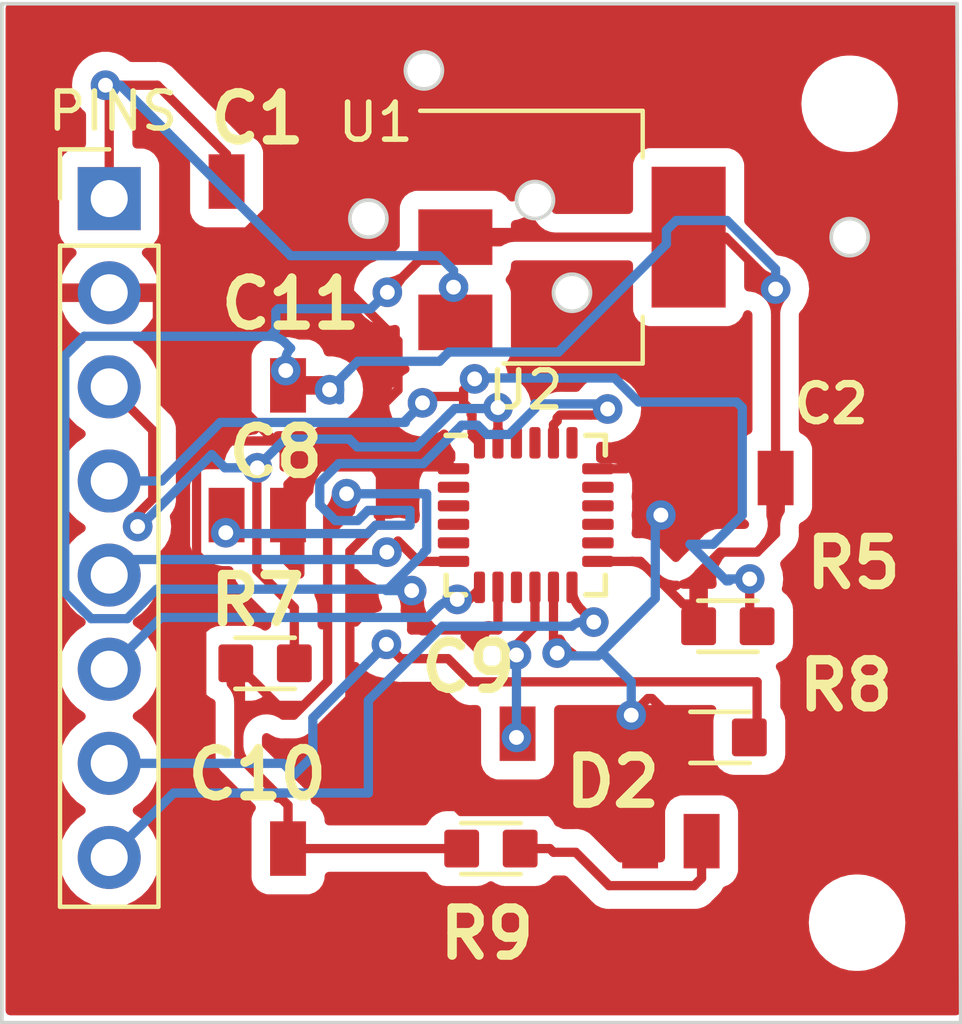
<source format=kicad_pcb>
(kicad_pcb (version 20221018) (generator pcbnew)
  (title_block (title "MPU_6050") (date "2023-04-12") (rev "version_01") (comment 1 "UT3"))
  (layers (0 "F.Cu" signal) (31 "B.Cu" signal) (34 "B.Paste" user) (35 "F.Paste" user) (36 "B.SilkS" user "B.Silkscreen") (37 "F.SilkS" user "F.Silkscreen") (38 "B.Mask" user) (39 "F.Mask" user) (44 "Edge.Cuts" user))
  (net 0 "")
  (net 5 "+3.3V")
  (net 6 "Net-(D2-A)")
  (net 7 "Net-(U2-REGOUT)")
  (net 12 "GND")
  (net 14 "Net-(U2-CPOUT)")
  (net 17 "VCC")
  (net 18 "/SCL")
  (net 19 "/SDA")
  (net 20 "/XDA")
  (net 21 "/XCL")
  (net 22 "Net-(PIN1-Pin_7)")
  (net 23 "/INT")
  (net 24 "/AD0")
  (footprint "Package_TO_SOT_SMD:SOT-223-3_TabPin2" (layer "F.Cu") (at 86.5 53.5)
    (fp_text reference "U1" (at -5.3 -3.1) (layer "F.SilkS"))
    (fp_text value "AMS1117-3.3")
    (fp_line (start -4.1 -3.41) (end 1.91 -3.41) (stroke (width 0.12)) (layer "F.SilkS"))
    (fp_line (start -1.85 3.41) (end 1.91 3.41) (stroke (width 0.12)) (layer "F.SilkS"))
    (fp_line (start 1.91 -3.41) (end 1.91 -2.15) (stroke (width 0.12)) (layer "F.SilkS"))
    (fp_line (start 1.91 3.41) (end 1.91 2.15) (stroke (width 0.12)) (layer "F.SilkS"))
    (pad "1" smd rect (at -3.15 -2.3) (size 2 1.5) (layers "F.Cu" "F.Paste" "F.Mask") (net 12 "GND"))
    (pad "2" smd rect (at -3.15 0) (size 2 1.5) (layers "F.Cu" "F.Paste" "F.Mask") (net 5 "+3.3V"))
    (pad "2" smd rect (at 3.15 0) (size 2 3.8) (layers "F.Cu" "F.Paste" "F.Mask") (net 5 "+3.3V"))
    (pad "3" smd rect (at -3.15 2.3) (size 2 1.5) (layers "F.Cu" "F.Paste" "F.Mask") (net 17 "VCC"))
  )
  (footprint "8-1879533-1:RESC1608X50N" (layer "F.Cu") (at 90.5 67)
    (fp_text reference "R8" (at 3.4 -1.4) (layer "F.SilkS") (effects (font (size 1.27 1.27) (thickness 0.254) bold)))
    (fp_text value "4.7k")
    (fp_line (start -0.8 -0.69) (end 0.8 -0.69) (stroke (width 0.127)) (layer "F.SilkS"))
    (fp_line (start -0.8 0.69) (end 0.8 0.69) (stroke (width 0.127)) (layer "F.SilkS"))
    (pad "1" smd roundrect (at -0.79 0) (size 0.94 1.02) (layers "F.Cu" "F.Paste" "F.Mask") (roundrect_rratio 0.1) (net 12 "GND"))
    (pad "2" smd roundrect (at 0.79 0) (size 0.94 1.02) (layers "F.Cu" "F.Paste" "F.Mask") (roundrect_rratio 0.1) (net 22 "Net-(PIN1-Pin_7)"))
  )
  (footprint "CL21A106KAYNNNE:CAPC2012X145N" (layer "F.Cu") (at 78 52 180)
    (fp_text reference "C1" (at 0 1.7) (layer "F.SilkS") (effects (font (size 1.27 1.27) (thickness 0.254))))
    (fp_text value "4.7uF" hide)
    (pad "1" smd rect (at -0.83 0 180) (size 0.97 1.47) (layers "F.Cu" "F.Paste" "F.Mask") (net 12 "GND"))
    (pad "2" smd rect (at 0.83 0 180) (size 0.97 1.47) (layers "F.Cu" "F.Paste" "F.Mask") (net 17 "VCC"))
  )
  (footprint "8-1879533-1:RESC1608X50N" (layer "F.Cu") (at 84.31 70)
    (fp_text reference "R9" (at -0.11 2.3) (layer "F.SilkS") (effects (font (size 1.27 1.27) (thickness 0.254) bold)))
    (fp_text value "1k")
    (fp_line (start -0.8 -0.69) (end 0.8 -0.69) (stroke (width 0.127)) (layer "F.SilkS"))
    (fp_line (start -0.8 0.69) (end 0.8 0.69) (stroke (width 0.127)) (layer "F.SilkS"))
    (pad "1" smd roundrect (at -0.79 0) (size 0.94 1.02) (layers "F.Cu" "F.Paste" "F.Mask") (roundrect_rratio 0.1) (net 5 "+3.3V"))
    (pad "2" smd roundrect (at 0.79 0) (size 0.94 1.02) (layers "F.Cu" "F.Paste" "F.Mask") (roundrect_rratio 0.1) (net 6 "Net-(D2-A)"))
  )
  (footprint "CL21A106KAYNNNE:CAPC2012X145N" (layer "F.Cu") (at 91.17 60)
    (fp_text reference "C2" (at 2.33 -2) (layer "F.SilkS") (effects (font (thickness 0.2) bold)))
    (fp_text value "10uF" hide)
    (pad "1" smd rect (at -0.83 0) (size 0.97 1.47) (layers "F.Cu" "F.Paste" "F.Mask") (net 12 "GND"))
    (pad "2" smd rect (at 0.83 0) (size 0.97 1.47) (layers "F.Cu" "F.Paste" "F.Mask") (net 5 "+3.3V"))
  )
  (footprint "CL21A106KAYNNNE:CAPC2012X145N" (layer "F.Cu") (at 84.2 66.9)
    (fp_text reference "C9" (at -0.5 -1.8) (layer "F.SilkS") (effects (font (size 1.27 1.27) (thickness 0.254))))
    (fp_text value "100nF" hide)
    (pad "1" smd rect (at -0.83 0) (size 0.97 1.47) (layers "F.Cu" "F.Paste" "F.Mask") (net 12 "GND"))
    (pad "2" smd rect (at 0.83 0) (size 0.97 1.47) (layers "F.Cu" "F.Paste" "F.Mask") (net 7 "Net-(U2-REGOUT)"))
  )
  (footprint "8-1879533-1:RESC1608X50N" (layer "F.Cu") (at 90.71 64)
    (fp_text reference "R5" (at 3.39 -1.7) (layer "F.SilkS") (effects (font (size 1.27 1.27) (thickness 0.254) bold)))
    (fp_text value "4.7k")
    (fp_line (start -0.8 -0.69) (end 0.8 -0.69) (stroke (width 0.127)) (layer "F.SilkS"))
    (fp_line (start -0.8 0.69) (end 0.8 0.69) (stroke (width 0.127)) (layer "F.SilkS"))
    (pad "1" smd roundrect (at -0.79 0) (size 0.94 1.02) (layers "F.Cu" "F.Paste" "F.Mask") (roundrect_rratio 0.1) (net 5 "+3.3V"))
    (pad "2" smd roundrect (at 0.79 0) (size 0.94 1.02) (layers "F.Cu" "F.Paste" "F.Mask") (roundrect_rratio 0.1) (net 19 "/SDA"))
  )
  (footprint "MountingHole:MountingHole_2.1mm" (layer "F.Cu") (at 94.2 72)
    (fp_text reference "REF**" hide)
    (fp_text value "MountingHole_2.1mm" hide)
    (pad "" np_thru_hole circle (at 0 0) (size 2.1 2.1) (drill 2.1) (layers "*.Cu" "*.Mask"))
  )
  (footprint "CL21A106KAYNNNE:CAPC2012X145N" (layer "F.Cu") (at 78 70)
    (fp_text reference "C10" (at 0 -2) (layer "F.SilkS") (effects (font (size 1.27 1.27) (thickness 0.254))))
    (fp_text value "100nF" hide)
    (pad "1" smd rect (at -0.83 0) (size 0.97 1.47) (layers "F.Cu" "F.Paste" "F.Mask") (net 12 "GND"))
    (pad "2" smd rect (at 0.83 0) (size 0.97 1.47) (layers "F.Cu" "F.Paste" "F.Mask") (net 5 "+3.3V"))
  )
  (footprint "8-1879533-1:RESC1608X50N" (layer "F.Cu") (at 78.21 65)
    (fp_text reference "R7" (at -0.21 -1.7) (layer "F.SilkS") (effects (font (size 1.27 1.27) (thickness 0.254) bold)))
    (fp_text value "4.7k")
    (fp_line (start -0.8 -0.69) (end 0.8 -0.69) (stroke (width 0.127)) (layer "F.SilkS"))
    (fp_line (start -0.8 0.69) (end 0.8 0.69) (stroke (width 0.127)) (layer "F.SilkS"))
    (pad "1" smd roundrect (at -0.79 0) (size 0.94 1.02) (layers "F.Cu" "F.Paste" "F.Mask") (roundrect_rratio 0.1) (net 5 "+3.3V"))
    (pad "2" smd roundrect (at 0.79 0) (size 0.94 1.02) (layers "F.Cu" "F.Paste" "F.Mask") (roundrect_rratio 0.1) (net 18 "/SCL"))
  )
  (footprint "CL21A106KAYNNNE:CAPC2012X145N" (layer "F.Cu") (at 89.17 69.8)
    (fp_text reference "D2" (at -1.57 -1.6) (layer "F.SilkS") (effects (font (size 1.27 1.27) (thickness 0.254))))
    (fp_text value "LED" hide)
    (pad "1" smd rect (at -0.83 0) (size 0.97 1.47) (layers "F.Cu" "F.Paste" "F.Mask") (net 12 "GND"))
    (pad "2" smd rect (at 0.83 0) (size 0.97 1.47) (layers "F.Cu" "F.Paste" "F.Mask") (net 6 "Net-(D2-A)"))
  )
  (footprint "Sensor_Motion:InvenSense_QFN-24_4x4mm_P0.5mm" (layer "F.Cu") (at 85.25 61)
    (fp_text reference "U2" (at 0 -3.375) (layer "F.SilkS"))
    (fp_text value "MPU-6050")
    (fp_line (start -2.15 -2.15) (end -1.625 -2.15) (stroke (width 0.15)) (layer "F.SilkS"))
    (fp_line (start -2.15 2.15) (end -2.15 1.625) (stroke (width 0.15)) (layer "F.SilkS"))
    (fp_line (start -2.15 2.15) (end -1.625 2.15) (stroke (width 0.15)) (layer "F.SilkS"))
    (fp_line (start 2.15 -2.15) (end 1.625 -2.15) (stroke (width 0.15)) (layer "F.SilkS"))
    (fp_line (start 2.15 -2.15) (end 2.15 -1.625) (stroke (width 0.15)) (layer "F.SilkS"))
    (fp_line (start 2.15 2.15) (end 1.625 2.15) (stroke (width 0.15)) (layer "F.SilkS"))
    (fp_line (start 2.15 2.15) (end 2.15 1.625) (stroke (width 0.15)) (layer "F.SilkS"))
    (pad "1" smd roundrect (at -1.95 -1.25) (size 0.85 0.3) (layers "F.Cu" "F.Paste" "F.Mask") (net 12 "GND"))
    (pad "2" smd roundrect (at -1.95 -0.75) (size 0.85 0.3) (layers "F.Cu" "F.Paste" "F.Mask"))
    (pad "3" smd roundrect (at -1.95 -0.25) (size 0.85 0.3) (layers "F.Cu" "F.Paste" "F.Mask"))
    (pad "4" smd roundrect (at -1.95 0.25) (size 0.85 0.3) (layers "F.Cu" "F.Paste" "F.Mask"))
    (pad "5" smd roundrect (at -1.95 0.75) (size 0.85 0.3) (layers "F.Cu" "F.Paste" "F.Mask"))
    (pad "6" smd roundrect (at -1.95 1.25) (size 0.85 0.3) (layers "F.Cu" "F.Paste" "F.Mask") (net 20 "/XDA"))
    (pad "7" smd roundrect (at -1.25 1.95 90) (size 0.85 0.3) (layers "F.Cu" "F.Paste" "F.Mask") (net 21 "/XCL"))
    (pad "8" smd roundrect (at -0.75 1.95 90) (size 0.85 0.3) (layers "F.Cu" "F.Paste" "F.Mask") (net 5 "+3.3V"))
    (pad "9" smd roundrect (at -0.25 1.95 90) (size 0.85 0.3) (layers "F.Cu" "F.Paste" "F.Mask") (net 24 "/AD0"))
    (pad "10" smd roundrect (at 0.25 1.95 90) (size 0.85 0.3) (layers "F.Cu" "F.Paste" "F.Mask") (net 7 "Net-(U2-REGOUT)"))
    (pad "11" smd roundrect (at 0.75 1.95 90) (size 0.85 0.3) (layers "F.Cu" "F.Paste" "F.Mask") (net 12 "GND"))
    (pad "12" smd roundrect (at 1.25 1.95 90) (size 0.85 0.3) (layers "F.Cu" "F.Paste" "F.Mask") (net 23 "/INT"))
    (pad "13" smd roundrect (at 1.95 1.25) (size 0.85 0.3) (layers "F.Cu" "F.Paste" "F.Mask") (net 5 "+3.3V"))
    (pad "14" smd roundrect (at 1.95 0.75) (size 0.85 0.3) (layers "F.Cu" "F.Paste" "F.Mask"))
    (pad "15" smd roundrect (at 1.95 0.25) (size 0.85 0.3) (layers "F.Cu" "F.Paste" "F.Mask"))
    (pad "16" smd roundrect (at 1.95 -0.25) (size 0.85 0.3) (layers "F.Cu" "F.Paste" "F.Mask"))
    (pad "17" smd roundrect (at 1.95 -0.75) (size 0.85 0.3) (layers "F.Cu" "F.Paste" "F.Mask"))
    (pad "18" smd roundrect (at 1.95 -1.25) (size 0.85 0.3) (layers "F.Cu" "F.Paste" "F.Mask") (net 12 "GND"))
    (pad "19" smd roundrect (at 1.25 -1.95 90) (size 0.85 0.3) (layers "F.Cu" "F.Paste" "F.Mask"))
    (pad "20" smd roundrect (at 0.75 -1.95 90) (size 0.85 0.3) (layers "F.Cu" "F.Paste" "F.Mask") (net 14 "Net-(U2-CPOUT)"))
    (pad "21" smd roundrect (at 0.25 -1.95 90) (size 0.85 0.3) (layers "F.Cu" "F.Paste" "F.Mask"))
    (pad "22" smd roundrect (at -0.25 -1.95 90) (size 0.85 0.3) (layers "F.Cu" "F.Paste" "F.Mask"))
    (pad "23" smd roundrect (at -0.75 -1.95 90) (size 0.85 0.3) (layers "F.Cu" "F.Paste" "F.Mask") (net 18 "/SCL"))
    (pad "24" smd roundrect (at -1.25 -1.95 90) (size 0.85 0.3) (layers "F.Cu" "F.Paste" "F.Mask") (net 19 "/SDA"))
    (zone (net 0) (net_name "") (layer "F.Cu") (connect_pads (clearance 0)) (min_thickness 0.254)
      (keepout (tracks not_allowed) (vias not_allowed) (pads not_allowed) (copperpour not_allowed) (footprints allowed))
      (fill (thermal_gap 0.508) (thermal_bridge_width 0.508))
      (polygon (pts (xy 83.875 59.675) (xy 86.625 59.675) (xy 86.625 62.325) (xy 83.875 62.325)))
    )
  )
  (footprint "CL21A106KAYNNNE:CAPC2012X145N" (layer "F.Cu") (at 78 57.5)
    (fp_text reference "C11" (at 0.9 -2.2) (layer "F.SilkS") (effects (font (size 1.27 1.27) (thickness 0.254))))
    (fp_text value "100nF" hide)
    (pad "1" smd rect (at -0.83 0) (size 0.97 1.47) (layers "F.Cu" "F.Paste" "F.Mask") (net 12 "GND"))
    (pad "2" smd rect (at 0.83 0) (size 0.97 1.47) (layers "F.Cu" "F.Paste" "F.Mask") (net 5 "+3.3V"))
  )
  (footprint "MountingHole:MountingHole_2.1mm" (layer "F.Cu") (at 94 49.9)
    (fp_text reference "REF**" hide)
    (fp_text value "MountingHole_2.1mm" hide)
    (pad "" np_thru_hole circle (at 0 0) (size 2.1 2.1) (drill 2.1) (layers "*.Cu" "*.Mask"))
  )
  (footprint "Connector_PinHeader_2.54mm:PinHeader_1x08_P2.54mm_Vertical" (layer "F.Cu") (at 74 52.46)
    (fp_text reference "PINS" (at 0.1 -2.36) (layer "F.SilkS"))
    (fp_text value "Conn_01x08" hide)
    (fp_line (start -1.33 -1.33) (end 0 -1.33) (stroke (width 0.12)) (layer "F.SilkS"))
    (fp_line (start -1.33 0) (end -1.33 -1.33) (stroke (width 0.12)) (layer "F.SilkS"))
    (fp_line (start -1.33 1.27) (end -1.33 19.11) (stroke (width 0.12)) (layer "F.SilkS"))
    (fp_line (start -1.33 1.27) (end 1.33 1.27) (stroke (width 0.12)) (layer "F.SilkS"))
    (fp_line (start -1.33 19.11) (end 1.33 19.11) (stroke (width 0.12)) (layer "F.SilkS"))
    (fp_line (start 1.33 1.27) (end 1.33 19.11) (stroke (width 0.12)) (layer "F.SilkS"))
    (pad "1" thru_hole rect (at 0 0) (size 1.7 1.7) (drill 1) (layers "*.Cu" "*.Mask") (net 17 "VCC"))
    (pad "2" thru_hole oval (at 0 2.54) (size 1.7 1.7) (drill 1) (layers "*.Cu" "*.Mask") (net 12 "GND"))
    (pad "3" thru_hole oval (at 0 5.08) (size 1.7 1.7) (drill 1) (layers "*.Cu" "*.Mask") (net 18 "/SCL"))
    (pad "4" thru_hole oval (at 0 7.62) (size 1.7 1.7) (drill 1) (layers "*.Cu" "*.Mask") (net 19 "/SDA"))
    (pad "5" thru_hole oval (at 0 10.16) (size 1.7 1.7) (drill 1) (layers "*.Cu" "*.Mask") (net 20 "/XDA"))
    (pad "6" thru_hole oval (at 0 12.7) (size 1.7 1.7) (drill 1) (layers "*.Cu" "*.Mask") (net 21 "/XCL"))
    (pad "7" thru_hole oval (at 0 15.24) (size 1.7 1.7) (drill 1) (layers "*.Cu" "*.Mask") (net 22 "Net-(PIN1-Pin_7)"))
    (pad "8" thru_hole oval (at 0 17.78) (size 1.7 1.7) (drill 1) (layers "*.Cu" "*.Mask") (net 23 "/INT"))
  )
  (footprint "CL21A106KAYNNNE:CAPC2012X145N" (layer "F.Cu") (at 78 61)
    (fp_text reference "C8" (at 0.5 -1.7) (layer "F.SilkS") (effects (font (size 1.27 1.27) (thickness 0.254))))
    (fp_text value "2.2uF" hide)
    (pad "1" smd rect (at -0.83 0) (size 0.97 1.47) (layers "F.Cu" "F.Paste" "F.Mask") (net 14 "Net-(U2-CPOUT)"))
    (pad "2" smd rect (at 0.83 0) (size 0.97 1.47) (layers "F.Cu" "F.Paste" "F.Mask") (net 12 "GND"))
  )
  (gr_line (start 96.9 47.2) (end 97 74.7) (stroke (width 0.1)) (layer "Edge.Cuts"))
  (gr_circle (center 86.5 55) (end 86.5 54.5) (stroke (width 0.1)) (fill none) (layer "Edge.Cuts"))
  (gr_circle (center 81 53) (end 81 52.5) (stroke (width 0.1)) (fill none) (layer "Edge.Cuts"))
  (gr_line (start 97 74.7) (end 71.1 74.7) (stroke (width 0.1)) (layer "Edge.Cuts"))
  (gr_circle (center 82.5 49) (end 82.5 48.5) (stroke (width 0.1)) (fill none) (layer "Edge.Cuts"))
  (gr_circle (center 94 53.5) (end 93.5 53.5) (stroke (width 0.1)) (fill none) (layer "Edge.Cuts"))
  (gr_line (start 71.1 74.7) (end 71.1 47.2) (stroke (width 0.1)) (layer "Edge.Cuts"))
  (gr_circle (center 85.5 52.5) (end 85.5 52) (stroke (width 0.1)) (fill none) (layer "Edge.Cuts"))
  (gr_line (start 71.1 47.2) (end 96.9 47.2) (stroke (width 0.1)) (layer "Edge.Cuts"))
  (segment (start 83.42 70) (end 78.83 70) (width 0.25) (layer "F.Cu") (net 5))
  (segment (start 78.984555 66.4) (end 79.9 65.484555) (width 0.25) (layer "F.Cu") (net 5))
  (segment (start 89.92 63.4) (end 89.92 62.58) (width 0.25) (layer "F.Cu") (net 5))
  (segment (start 89.5 63.4) (end 89.92 63.4) (width 0.25) (layer "F.Cu") (net 5))
  (segment (start 77.42 65) (end 78.7 66.28) (width 0.25) (layer "F.Cu") (net 5))
  (segment (start 83 53.5) (end 81.5 55) (width 0.25) (layer "F.Cu") (net 5))
  (segment (start 80.3755 60.4245) (end 80.412299 60.4245) (width 0.25) (layer "F.Cu") (net 5))
  (segment (start 79.9 60.9) (end 80.3755 60.4245) (width 0.25) (layer "F.Cu") (net 5))
  (segment (start 82.169503 64.1) (end 82.169503 63.038201) (width 0.25) (layer "F.Cu") (net 5))
  (segment (start 78.83 57.5) (end 79.7 57.5) (width 0.25) (layer "F.Cu") (net 5))
  (segment (start 78.83 68.83) (end 77.5 67.5) (width 0.25) (layer "F.Cu") (net 5))
  (segment (start 92 54.85) (end 90.65 53.5) (width 0.25) (layer "F.Cu") (net 5))
  (segment (start 88.35 62.25) (end 89.5 63.4) (width 0.25) (layer "F.Cu") (net 5))
  (segment (start 91.5 62) (end 92 61.5) (width 0.25) (layer "F.Cu") (net 5))
  (segment (start 90.5 62) (end 91.5 62) (width 0.25) (layer "F.Cu") (net 5))
  (segment (start 79.9 65.484555) (end 79.9 60.9) (width 0.25) (layer "F.Cu") (net 5))
  (segment (start 92 61.5) (end 92 60) (width 0.25) (layer "F.Cu") (net 5))
  (segment (start 92 60) (end 92 54.85) (width 0.25) (layer "F.Cu") (net 5))
  (segment (start 79.7 57.5) (end 79.723827 57.523827) (width 0.25) (layer "F.Cu") (net 5))
  (segment (start 89.65 53.5) (end 90.5 53.5) (width 0.25) (layer "F.Cu") (net 5))
  (segment (start 87.2 62.25) (end 88.35 62.25) (width 0.25) (layer "F.Cu") (net 5))
  (segment (start 78.7 66.4) (end 78.984555 66.4) (width 0.25) (layer "F.Cu") (net 5))
  (segment (start 78.83 70) (end 78.83 68.83) (width 0.25) (layer "F.Cu") (net 5))
  (segment (start 81.5 55) (end 81.512299 54.987701) (width 0.25) (layer "F.Cu") (net 5))
  (segment (start 84.5 62.95) (end 84.5 64.1) (width 0.25) (layer "F.Cu") (net 5))
  (segment (start 77.5 67.5) (end 77.5 65.08) (width 0.25) (layer "F.Cu") (net 5))
  (segment (start 84.5 64.1) (end 82.169503 64.1) (width 0.25) (layer "F.Cu") (net 5))
  (segment (start 77.5 65.08) (end 77.42 65) (width 0.25) (layer "F.Cu") (net 5))
  (segment (start 89.92 64) (end 89.92 63.4) (width 0.25) (layer "F.Cu") (net 5))
  (segment (start 83 53.5) (end 90.5 53.5) (width 0.25) (layer "F.Cu") (net 5))
  (segment (start 89.92 62.58) (end 90.5 62) (width 0.25) (layer "F.Cu") (net 5))
  (segment (start 90.65 53.5) (end 89.65 53.5) (width 0.25) (layer "F.Cu") (net 5))
  (segment (start 78.7 66.28) (end 78.7 66.4) (width 0.25) (layer "F.Cu") (net 5))
  (via (at 80.412299 60.4245) (size 0.8) (drill 0.4) (layers "F.Cu" "B.Cu") (net 5))
  (via (at 82.169503 63.038201) (size 0.8) (drill 0.4) (layers "F.Cu" "B.Cu") (net 5))
  (via (at 81.512299 54.987701) (size 0.8) (drill 0.4) (layers "F.Cu" "B.Cu") (net 5))
  (via (at 92 54.9) (size 0.8) (drill 0.4) (layers "F.Cu" "B.Cu") (net 5))
  (via blind (at 78.767976 57.1) (size 0.8) (drill 0.4) (layers "F.Cu" "B.Cu") (net 5))
  (via (at 79.952166 57.618408) (size 0.8) (drill 0.4) (layers "F.Cu" "B.Cu") (net 5))
  (arc (start 79.723827 57.523827) (mid 79.828589 57.593827) (end 79.952166 57.618408) (width 0.25) (layer "F.Cu") (net 5))
  (segment (start 86.136396 56.6) (end 89.05 53.686396) (width 0.25) (layer "B.Cu") (net 5))
  (segment (start 73.325 56.175) (end 78.325 56.175) (width 0.25) (layer "B.Cu") (net 5))
  (segment (start 81.488201 63.038201) (end 81.45 63) (width 0.25) (layer "B.Cu") (net 5))
  (segment (start 81.45 63) (end 75.281701 63) (width 0.25) (layer "B.Cu") (net 5))
  (segment (start 80.5 55.431802) (end 80.2 55.431802) (width 0.25) (layer "B.Cu") (net 5))
  (segment (start 74.486701 63.795) (end 73.513299 63.795) (width 0.25) (layer "B.Cu") (net 5))
  (segment (start 82.5 62.025305) (end 82.5 62) (width 0.25) (layer "B.Cu") (net 5))
  (segment (start 78.5 55.5) (end 78.5 56) (width 0.25) (layer "B.Cu") (net 5))
  (segment (start 82.575 60.4245) (end 82.575 61.950305) (width 0.25) (layer "B.Cu") (net 5))
  (segment (start 80.7 55.431802) (end 81.068198 55.431802) (width 0.25) (layer "B.Cu") (net 5))
  (segment (start 89.313604 53.05) (end 90.686396 53.05) (width 0.25) (layer "B.Cu") (net 5))
  (segment (start 80.713604 56.85) (end 82.924695 56.85) (width 0.25) (layer "B.Cu") (net 5))
  (segment (start 82.169503 63.038201) (end 81.488201 63.038201) (width 0.25) (layer "B.Cu") (net 5))
  (segment (start 80.2 55.431802) (end 78.568198 55.431802) (width 0.25) (layer "B.Cu") (net 5))
  (segment (start 89.05 53.313604) (end 89.313604 53.05) (width 0.25) (layer "B.Cu") (net 5))
  (segment (start 81.068198 55.431802) (end 81.512299 54.987701) (width 0.25) (layer "B.Cu") (net 5))
  (segment (start 92 54.363604) (end 92 54.9) (width 0.25) (layer "B.Cu") (net 5))
  (segment (start 78.325 56.175) (end 78.5 56) (width 0.25) (layer "B.Cu") (net 5))
  (segment (start 78.568198 55.431802) (end 78.5 55.5) (width 0.25) (layer "B.Cu") (net 5))
  (segment (start 80.2 55.431802) (end 80.7 55.431802) (width 0.25) (layer "B.Cu") (net 5))
  (segment (start 82.924695 56.85) (end 83.174695 56.6) (width 0.25) (layer "B.Cu") (net 5))
  (segment (start 75.281701 63) (end 74.486701 63.795) (width 0.25) (layer "B.Cu") (net 5))
  (segment (start 80.221114 57.887356) (end 80.221114 57.34249) (width 0.25) (layer "B.Cu") (net 5))
  (segment (start 80.5 55.431802) (end 80.7 55.431802) (width 0.25) (layer "B.Cu") (net 5))
  (segment (start 72.8 63.081701) (end 72.8 56.7) (width 0.25) (layer "B.Cu") (net 5))
  (segment (start 73.513299 63.795) (end 72.8 63.081701) (width 0.25) (layer "B.Cu") (net 5))
  (segment (start 83.174695 56.6) (end 86.136396 56.6) (width 0.25) (layer "B.Cu") (net 5))
  (segment (start 72.8 56.7) (end 73.325 56.175) (width 0.25) (layer "B.Cu") (net 5))
  (segment (start 79.952166 57.618408) (end 80.221114 57.887356) (width 0.25) (layer "B.Cu") (net 5))
  (segment (start 89.05 53.686396) (end 89.05 53.313604) (width 0.25) (layer "B.Cu") (net 5))
  (segment (start 80.412299 60.4245) (end 82.575 60.4245) (width 0.25) (layer "B.Cu") (net 5))
  (segment (start 90.686396 53.05) (end 92 54.363604) (width 0.25) (layer "B.Cu") (net 5))
  (segment (start 81.45 63) (end 81.525305 63) (width 0.25) (layer "B.Cu") (net 5))
  (segment (start 78.767976 57.1) (end 78.767976 56.761895) (width 0.25) (layer "B.Cu") (net 5))
  (segment (start 78.9 56.5) (end 78.751776 56.351777) (width 0.25) (layer "B.Cu") (net 5))
  (segment (start 81.525305 63) (end 82.5 62.025305) (width 0.25) (layer "B.Cu") (net 5))
  (segment (start 80.221114 57.34249) (end 80.713604 56.85) (width 0.25) (layer "B.Cu") (net 5))
  (arc (start 78.751776 56.351777) (mid 78.55597 56.220943) (end 78.325 56.175) (width 0.25) (layer "B.Cu") (net 5))
  (arc (start 78.767976 56.761895) (mid 78.813689 56.620449) (end 78.9 56.5) (width 0.25) (layer "B.Cu") (net 5))
  (segment (start 85.1 70) (end 85.9 70) (width 0.25) (layer "F.Cu") (net 6))
  (segment (start 89.8 71) (end 87.5 71) (width 0.25) (layer "F.Cu") (net 6))
  (segment (start 87.5 71) (end 86.6 70.1) (width 0.25) (layer "F.Cu") (net 6))
  (segment (start 90 70.8) (end 89.8 71) (width 0.25) (layer "F.Cu") (net 6))
  (segment (start 85.9 70) (end 86 70.1) (width 0.25) (layer "F.Cu") (net 6))
  (segment (start 90 69.8) (end 90 70.8) (width 0.25) (layer "F.Cu") (net 6))
  (segment (start 86.6 70.1) (end 86 70.1) (width 0.25) (layer "F.Cu") (net 6))
  (segment (start 85.5 64) (end 85 64.5) (width 0.25) (layer "F.Cu") (net 7))
  (segment (start 85.5 62.95) (end 85.5 63.5) (width 0.25) (layer "F.Cu") (net 7))
  (segment (start 85.5 63.5) (end 85.5 64) (width 0.25) (layer "F.Cu") (net 7))
  (segment (start 85 64.5) (end 85 65) (width 0.25) (layer "F.Cu") (net 7))
  (segment (start 85 65) (end 85 64.7755) (width 0.25) (layer "F.Cu") (net 7))
  (via (at 85 64.7755) (size 0.8) (drill 0.4) (layers "F.Cu" "B.Cu") (net 7))
  (via blind (at 85 67) (size 0.8) (drill 0.4) (layers "F.Cu" "B.Cu") (net 7))
  (segment (start 85 64.7755) (end 85 67) (width 0.25) (layer "B.Cu") (net 7))
  (segment (start 88.5 59) (end 87.95 59.55) (width 0.25) (layer "F.Cu") (net 12))
  (segment (start 75.5 55) (end 75.3 55) (width 0.25) (layer "F.Cu") (net 12))
  (segment (start 88 68.71) (end 88 69) (width 0.25) (layer "F.Cu") (net 12))
  (segment (start 80 55.5) (end 75.8 55.5) (width 0.25) (layer "F.Cu") (net 12))
  (segment (start 81.1 56.6) (end 80 55.5) (width 0.25) (layer "F.Cu") (net 12))
  (segment (start 81.5 67) (end 80.5 66) (width 0.25) (layer "F.Cu") (net 12))
  (segment (start 81.1 59) (end 81.1 56.6) (width 0.25) (layer "F.Cu") (net 12))
  (segment (start 87.95 59.55) (end 87.95 59.75) (width 0.25) (layer "F.Cu") (net 12))
  (segment (start 75.5 55.2) (end 75.5 55) (width 0.25) (layer "F.Cu") (net 12))
  (segment (start 81.325 61.275) (end 81.325 58.098695) (width 0.25) (layer "F.Cu") (net 12))
  (segment (start 86.1 64.7245) (end 86 64.6245) (width 0.25) (layer "F.Cu") (net 12))
  (segment (start 81.3 51.2) (end 83.35 51.2) (width 0.25) (layer "F.Cu") (net 12))
  (segment (start 89.71 67) (end 88 68.71) (width 0.25) (layer "F.Cu") (net 12))
  (segment (start 77 59) (end 81.1 59) (width 0.25) (layer "F.Cu") (net 12))
  (segment (start 76.5 69.5) (end 76.5 62.2) (width 0.25) (layer "F.Cu") (net 12))
  (segment (start 81.199695 61.275) (end 81.325 61.275) (width 0.25) (layer "F.Cu") (net 12))
  (segment (start 83.34 68.84) (end 83.34 67) (width 0.25) (layer "F.Cu") (net 12))
  (segment (start 80.5 55) (end 74 55) (width 0.25) (layer "F.Cu") (net 12))
  (segment (start 83.3 59.75) (end 83.25 59.7) (width 0.25) (layer "F.Cu") (net 12))
  (segment (start 76.08 55) (end 75.5 55) (width 0.25) (layer "F.Cu") (net 12))
  (segment (start 76.36 59.64) (end 77 59) (width 0.25) (layer "F.Cu") (net 12))
  (segment (start 86 64.6245) (end 86 62.95) (width 0.25) (layer "F.Cu") (net 12))
  (segment (start 78.83 52.25) (end 76.08 55) (width 0.25) (layer "F.Cu") (net 12))
  (segment (start 79.13 51.7) (end 78.83 52) (width 0.25) (layer "F.Cu") (net 12))
  (segment (start 78.83 52) (end 80.5 52) (width 0.25) (layer "F.Cu") (net 12))
  (segment (start 88.6 65.95) (end 88.55 65.95) (width 0.25) (layer "F.Cu") (net 12))
  (segment (start 83.34 67) (end 81.5 67) (width 0.25) (layer "F.Cu") (net 12))
  (segment (start 88.66 65.95) (end 88.6 65.95) (width 0.25) (layer "F.Cu") (net 12))
  (segment (start 81.8 57.623695) (end 81.8 56.3) (width 0.25) (layer "F.Cu") (net 12))
  (segment (start 87.2 59.75) (end 87.95 59.75) (width 0.25) (layer "F.Cu") (net 12))
  (segment (start 78.83 61) (end 78.83 60.17) (width 0.25) (layer "F.Cu") (net 12))
  (segment (start 81.325 58.098695) (end 81.8 57.623695) (width 0.25) (layer "F.Cu") (net 12))
  (segment (start 75.8 55.5) (end 75.5 55.2) (width 0.25) (layer "F.Cu") (net 12))
  (segment (start 89.34 61) (end 89.44 60.9) (width 0.25) (layer "F.Cu") (net 12))
  (segment (start 76.36 62.06) (end 76.36 59.64) (width 0.25) (layer "F.Cu") (net 12))
  (segment (start 78.83 52) (end 78.83 52.25) (width 0.25) (layer "F.Cu") (net 12))
  (segment (start 90.34 60) (end 90 60) (width 0.25) (layer "F.Cu") (net 12))
  (segment (start 88.9 61) (end 89.34 61) (width 0.25) (layer "F.Cu") (net 12))
  (segment (start 75.3 55) (end 74 55) (width 0.25) (layer "F.Cu") (net 12))
  (segment (start 89.71 67) (end 88.66 65.95) (width 0.25) (layer "F.Cu") (net 12))
  (segment (start 90 60) (end 89 59) (width 0.25) (layer "F.Cu") (net 12))
  (segment (start 80.5 61.974695) (end 81.199695 61.275) (width 0.25) (layer "F.Cu") (net 12))
  (segment (start 89.44 60.9) (end 90.34 60) (width 0.25) (layer "F.Cu") (net 12))
  (segment (start 76.5 62.2) (end 76.36 62.06) (width 0.25) (layer "F.Cu") (net 12))
  (segment (start 80 55) (end 74 55) (width 0.25) (layer "F.Cu") (net 12))
  (segment (start 88.34 69.8) (end 88.34 69.74) (width 0.25) (layer "F.Cu") (net 12))
  (segment (start 80.5 66) (end 80.5 61.974695) (width 0.25) (layer "F.Cu") (net 12))
  (segment (start 88.34 69.74) (end 87.6 69) (width 0.25) (layer "F.Cu") (net 12))
  (segment (start 78.725 59.265) (end 77.17 57.71) (width 0.25) (layer "F.Cu") (net 12))
  (segment (start 81.4 56.4) (end 80 55) (width 0.25) (layer "F.Cu") (net 12))
  (segment (start 78.725 59.7) (end 78.725 59.265) (width 0.25) (layer "F.Cu") (net 12))
  (segment (start 77.17 70) (end 77 70) (width 0.25) (layer "F.Cu") (net 12))
  (segment (start 81.8 56.3) (end 80.5 55) (width 0.25) (layer "F.Cu") (net 12))
  (segment (start 83.5 69) (end 83.34 68.84) (width 0.25) (layer "F.Cu") (net 12))
  (segment (start 75.3 56.3) (end 75.3 55) (width 0.25) (layer "F.Cu") (net 12))
  (segment (start 76.5 57.5) (end 75.3 56.3) (width 0.25) (layer "F.Cu") (net 12))
  (segment (start 77.17 57.71) (end 77.17 57.5) (width 0.25) (layer "F.Cu") (net 12))
  (segment (start 77.17 57.5) (end 76.5 57.5) (width 0.25) (layer "F.Cu") (net 12))
  (segment (start 80.5 52) (end 81.3 51.2) (width 0.25) (layer "F.Cu") (net 12))
  (segment (start 81.4 57.6) (end 81.4 56.4) (width 0.25) (layer "F.Cu") (net 12))
  (segment (start 87.6 69) (end 83.5 69) (width 0.25) (layer "F.Cu") (net 12))
  (segment (start 89 59) (end 88.5 59) (width 0.25) (layer "F.Cu") (net 12))
  (segment (start 78.83 60.17) (end 81.4 57.6) (width 0.25) (layer "F.Cu") (net 12))
  (segment (start 83.25 59.7) (end 78.725 59.7) (width 0.25) (layer "F.Cu") (net 12))
  (segment (start 88.55 65.95) (end 88.1 66.4) (width 0.25) (layer "F.Cu") (net 12))
  (segment (start 77 70) (end 76.5 69.5) (width 0.25) (layer "F.Cu") (net 12))
  (via (at 86.1 64.7245) (size 0.8) (drill 0.4) (layers "F.Cu" "B.Cu") (net 12))
  (via blind (at 88.9 61) (size 0.8) (drill 0.4) (layers "F.Cu" "B.Cu") (net 12))
  (via (at 88.1 66.4) (size 0.8) (drill 0.4) (layers "F.Cu" "B.Cu") (net 12))
  (segment (start 87.4 64.8) (end 88.1 65.5) (width 0.25) (layer "B.Cu") (net 12))
  (segment (start 88.9 61.0245) (end 88.9 61) (width 0.25) (layer "B.Cu") (net 12))
  (segment (start 88.75 61.1745) (end 88.9 61.0245) (width 0.25) (layer "B.Cu") (net 12))
  (segment (start 86.1755 64.8) (end 86.1 64.7245) (width 0.25) (layer "B.Cu") (net 12))
  (segment (start 87.2 64.8) (end 86.1755 64.8) (width 0.25) (layer "B.Cu") (net 12))
  (segment (start 88.75 63.25) (end 87.2 64.8) (width 0.25) (layer "B.Cu") (net 12))
  (segment (start 88.75 61.1745) (end 88.75 63.25) (width 0.25) (layer "B.Cu") (net 12))
  (segment (start 88.1 65.5) (end 88.1 66.4) (width 0.25) (layer "B.Cu") (net 12))
  (segment (start 86 58.559315) (end 86.1 58.459315) (width 0.25) (layer "F.Cu") (net 14))
  (segment (start 86 59.05) (end 86 58.559315) (width 0.25) (layer "F.Cu") (net 14))
  (segment (start 86.1 58.4) (end 86.1 58.375) (width 0.25) (layer "F.Cu") (net 14))
  (segment (start 86.1 58.375) (end 86.175 58.3) (width 0.25) (layer "F.Cu") (net 14))
  (segment (start 86.175 58.3) (end 87 58.3) (width 0.25) (layer "F.Cu") (net 14))
  (segment (start 87.3 58.3) (end 87.462701 58.137299) (width 0.25) (layer "F.Cu") (net 14))
  (segment (start 86.1 58.459315) (end 86.1 58.4) (width 0.25) (layer "F.Cu") (net 14))
  (segment (start 87 58.3) (end 87.3 58.3) (width 0.25) (layer "F.Cu") (net 14))
  (via blind (at 87.462701 58.137299) (size 0.8) (drill 0.4) (layers "F.Cu" "B.Cu") (net 14))
  (via (at 77.148478 61.4755) (size 0.8) (drill 0.4) (layers "F.Cu" "B.Cu") (net 14))
  (segment (start 82.483579 59.611396) (end 80.200098 59.611396) (width 0.25) (layer "B.Cu") (net 14))
  (segment (start 77.172978 61.5) (end 80.974695 61.5) (width 0.25) (layer "B.Cu") (net 14))
  (segment (start 84.199695 58.825) (end 83.949695 58.575) (width 0.25) (layer "B.Cu") (net 14))
  (segment (start 87.462701 58.137299) (end 87.325402 58) (width 0.25) (layer "B.Cu") (net 14))
  (segment (start 79.687299 60.124195) (end 79.687299 60.724805) (width 0.25) (layer "B.Cu") (net 14))
  (segment (start 87.325402 58) (end 85.5 58) (width 0.25) (layer "B.Cu") (net 14))
  (segment (start 80.200098 59.611396) (end 79.687299 60.124195) (width 0.25) (layer "B.Cu") (net 14))
  (segment (start 80.987604 60.8745) (end 82.125 60.8745) (width 0.25) (layer "B.Cu") (net 14))
  (segment (start 83.519975 58.575) (end 82.483579 59.611396) (width 0.25) (layer "B.Cu") (net 14))
  (segment (start 80.974695 61.5) (end 81.199695 61.275) (width 0.25) (layer "B.Cu") (net 14))
  (segment (start 85.5 58) (end 85.5 58.125305) (width 0.25) (layer "B.Cu") (net 14))
  (segment (start 80.712604 61.1495) (end 80.987604 60.8745) (width 0.25) (layer "B.Cu") (net 14))
  (segment (start 84.800305 58.825) (end 84.199695 58.825) (width 0.25) (layer "B.Cu") (net 14))
  (segment (start 79.687299 60.724805) (end 80.111994 61.1495) (width 0.25) (layer "B.Cu") (net 14))
  (segment (start 82.125 60.8745) (end 82.125 61.275) (width 0.25) (layer "B.Cu") (net 14))
  (segment (start 83.949695 58.575) (end 83.519975 58.575) (width 0.25) (layer "B.Cu") (net 14))
  (segment (start 77.148478 61.4755) (end 77.172978 61.5) (width 0.25) (layer "B.Cu") (net 14))
  (segment (start 81.199695 61.275) (end 82.125 61.275) (width 0.25) (layer "B.Cu") (net 14))
  (segment (start 85.5 58.125305) (end 84.800305 58.825) (width 0.25) (layer "B.Cu") (net 14))
  (segment (start 80.111994 61.1495) (end 80.712604 61.1495) (width 0.25) (layer "B.Cu") (net 14))
  (segment (start 73.9 49.4) (end 74 49.5) (width 0.25) (layer "F.Cu") (net 17))
  (segment (start 74 49.5) (end 74 52.46) (width 0.25) (layer "F.Cu") (net 17))
  (segment (start 77.17 51.27) (end 77.17 52) (width 0.25) (layer "F.Cu") (net 17))
  (segment (start 83.3 55.75) (end 83.35 55.8) (width 0.25) (layer "F.Cu") (net 17))
  (segment (start 75.3 49.4) (end 77.17 51.27) (width 0.25) (layer "F.Cu") (net 17))
  (segment (start 83.3 54.849502) (end 83.3 55.75) (width 0.25) (layer "F.Cu") (net 17))
  (segment (start 73.9 49.4) (end 75.3 49.4) (width 0.25) (layer "F.Cu") (net 17))
  (via blind (at 83.3 54.849502) (size 0.8) (drill 0.4) (layers "F.Cu" "B.Cu") (net 17))
  (via blind (at 73.9 49.4) (size 0.8) (drill 0.4) (layers "F.Cu" "B.Cu") (net 17))
  (segment (start 83.3 54.4) (end 83.3 54.849502) (width 0.25) (layer "B.Cu") (net 17))
  (segment (start 73.9 49.4) (end 74.3 49.4) (width 0.25) (layer "B.Cu") (net 17))
  (segment (start 74.3 49.4) (end 78.9 54) (width 0.25) (layer "B.Cu") (net 17))
  (segment (start 82.9 54) (end 83.2 54.3) (width 0.25) (layer "B.Cu") (net 17))
  (segment (start 82 54) (end 82.9 54) (width 0.25) (layer "B.Cu") (net 17))
  (segment (start 78.9 54) (end 82 54) (width 0.25) (layer "B.Cu") (net 17))
  (segment (start 83.2 54.3) (end 83.3 54.4) (width 0.25) (layer "B.Cu") (net 17))
  (segment (start 75.175 58.715) (end 74 57.54) (width 0.25) (layer "F.Cu") (net 18))
  (segment (start 74.768235 60.973466) (end 75.175 60.566701) (width 0.25) (layer "F.Cu") (net 18))
  (segment (start 79 63.5) (end 77.987947 62.487947) (width 0.25) (layer "F.Cu") (net 18))
  (segment (start 79 65) (end 79 63.5) (width 0.25) (layer "F.Cu") (net 18))
  (segment (start 77.987947 59.736553) (end 78 59.7245) (width 0.25) (layer "F.Cu") (net 18))
  (segment (start 74.768235 61.309176) (end 74.768235 60.973466) (width 0.25) (layer "F.Cu") (net 18))
  (segment (start 84.5 58.1) (end 84.5 59.05) (width 0.25) (layer "F.Cu") (net 18))
  (segment (start 77.987947 62.487947) (end 77.987947 59.736553) (width 0.25) (layer "F.Cu") (net 18))
  (segment (start 75.175 60.566701) (end 75.175 58.715) (width 0.25) (layer "F.Cu") (net 18))
  (via (at 78 59.7245) (size 0.8) (drill 0.4) (layers "F.Cu" "B.Cu") (net 18))
  (via blind (at 84.5 58.1) (size 0.8) (drill 0.4) (layers "F.Cu" "B.Cu") (net 18))
  (via (at 74.768235 61.309176) (size 0.8) (drill 0.4) (layers "F.Cu" "B.Cu") (net 18))
  (segment (start 78 59.7) (end 78.75 58.95) (width 0.25) (layer "B.Cu") (net 18))
  (segment (start 83.5 58.125) (end 84.418934 58.125) (width 0.25) (layer "B.Cu") (net 18))
  (segment (start 80.697792 59.161396) (end 82.297183 59.161396) (width 0.25) (layer "B.Cu") (net 18))
  (segment (start 80.486396 58.95) (end 80.697792 59.161396) (width 0.25) (layer "B.Cu") (net 18))
  (segment (start 74.768235 61.309176) (end 74.82722 61.309176) (width 0.25) (layer "B.Cu") (net 18))
  (segment (start 83.333578 58.125) (end 83.5 58.125) (width 0.25) (layer "B.Cu") (net 18))
  (segment (start 77.1245 59.7245) (end 78 59.7245) (width 0.25) (layer "B.Cu") (net 18))
  (segment (start 82.297183 59.161396) (end 82.458579 59) (width 0.25) (layer "B.Cu") (net 18))
  (segment (start 76.768198 59.368198) (end 77.1245 59.7245) (width 0.25) (layer "B.Cu") (net 18))
  (segment (start 84.418934 58.125) (end 84.439645 58.125) (width 0.25) (layer "B.Cu") (net 18))
  (segment (start 82.458579 59) (end 83.079289 58.379289) (width 0.25) (layer "B.Cu") (net 18))
  (segment (start 74.82722 61.309176) (end 76.768198 59.368198) (width 0.25) (layer "B.Cu") (net 18))
  (segment (start 83.079289 58.379289) (end 83.333578 58.125) (width 0.25) (layer "B.Cu") (net 18))
  (segment (start 78 59.7245) (end 78 59.7) (width 0.25) (layer "B.Cu") (net 18))
  (segment (start 83.079289 58.379289) (end 83.221617 58.236962) (width 0.25) (layer "B.Cu") (net 18))
  (segment (start 78.75 58.95) (end 80.486396 58.95) (width 0.25) (layer "B.Cu") (net 18))
  (arc (start 84.439645 58.125) (mid 84.472308 58.118503) (end 84.5 58.1) (width 0.25) (layer "B.Cu") (net 18))
  (segment (start 83.571624 57.8) (end 82.63398 57.8) (width 0.25) (layer "F.Cu") (net 19))
  (segment (start 83.775 58.175) (end 83.775 58.275) (width 0.25) (layer "F.Cu") (net 19))
  (segment (start 83.571624 57.8) (end 83.571624 57.622319) (width 0.25) (layer "F.Cu") (net 19))
  (segment (start 83.571624 57.971624) (end 83.571624 57.8) (width 0.25) (layer "F.Cu") (net 19))
  (segment (start 83.571624 57.622319) (end 83.869443 57.3245) (width 0.25) (layer "F.Cu") (net 19))
  (segment (start 83.775 58.275) (end 83.8 58.3) (width 0.25) (layer "F.Cu") (net 19))
  (segment (start 83.571624 57.971624) (end 83.775 58.175) (width 0.25) (layer "F.Cu") (net 19))
  (segment (start 91.3 63.8) (end 91.5 64) (width 0.25) (layer "F.Cu") (net 19))
  (segment (start 83.8 58.3) (end 83.8 58.85) (width 0.25) (layer "F.Cu") (net 19))
  (segment (start 82.63398 57.8) (end 82.462356 57.971624) (width 0.25) (layer "F.Cu") (net 19))
  (segment (start 91.3 62.7245) (end 91.3 63.8) (width 0.25) (layer "F.Cu") (net 19))
  (segment (start 83.8 58.85) (end 84 59.05) (width 0.25) (layer "F.Cu") (net 19))
  (via blind (at 91.3 62.7245) (size 0.8) (drill 0.4) (layers "F.Cu" "B.Cu") (net 19))
  (via blind (at 83.869443 57.3245) (size 0.8) (drill 0.4) (layers "F.Cu" "B.Cu") (net 19))
  (via blind (at 82.462356 57.971624) (size 0.8) (drill 0.4) (layers "F.Cu" "B.Cu") (net 19))
  (segment (start 75.42 60.08) (end 74 60.08) (width 0.25) (layer "B.Cu") (net 19))
  (segment (start 90.724696 62.7245) (end 91.3 62.7245) (width 0.25) (layer "B.Cu") (net 19))
  (segment (start 82 58.5) (end 77 58.5) (width 0.25) (layer "B.Cu") (net 19))
  (segment (start 83.893943 57.3) (end 83.869443 57.3245) (width 0.25) (layer "B.Cu") (net 19))
  (segment (start 90.312299 61.787701) (end 91.1 61) (width 0.25) (layer "B.Cu") (net 19))
  (segment (start 77 58.5) (end 75.42 60.08) (width 0.25) (layer "B.Cu") (net 19))
  (segment (start 82.462356 57.988644) (end 81.9755 58.4755) (width 0.25) (layer "B.Cu") (net 19))
  (segment (start 82.462356 57.971624) (end 82.462356 57.988644) (width 0.25) (layer "B.Cu") (net 19))
  (segment (start 90.95 57.95) (end 88.4 57.95) (width 0.25) (layer "B.Cu") (net 19))
  (segment (start 91.1 58.1) (end 90.95 57.95) (width 0.25) (layer "B.Cu") (net 19))
  (segment (start 90.674598 62.774598) (end 89.687701 61.787701) (width 0.25) (layer "B.Cu") (net 19))
  (segment (start 88.3 57.95) (end 87.65 57.3) (width 0.25) (layer "B.Cu") (net 19))
  (segment (start 87.65 57.3) (end 83.893943 57.3) (width 0.25) (layer "B.Cu") (net 19))
  (segment (start 90.75 62.774598) (end 90.674598 62.774598) (width 0.25) (layer "B.Cu") (net 19))
  (segment (start 90.674598 62.774598) (end 90.724696 62.7245) (width 0.25) (layer "B.Cu") (net 19))
  (segment (start 91.1 61) (end 91.1 58.1) (width 0.25) (layer "B.Cu") (net 19))
  (segment (start 89.687701 61.787701) (end 90.312299 61.787701) (width 0.25) (layer "B.Cu") (net 19))
  (segment (start 81.8 61.7) (end 82.35 62.25) (width 0.25) (layer "F.Cu") (net 20))
  (segment (start 81.8 61.7) (end 81.5 62) (width 0.25) (layer "F.Cu") (net 20))
  (segment (start 82.35 62.25) (end 83.3 62.25) (width 0.25) (layer "F.Cu") (net 20))
  (via (at 81.5 62) (size 0.8) (drill 0.4) (layers "F.Cu" "B.Cu") (net 20))
  (segment (start 74.42 62.2) (end 81.3 62.2) (width 0.25) (layer "B.Cu") (net 20))
  (segment (start 74 62.62) (end 74.42 62.2) (width 0.25) (layer "B.Cu") (net 20))
  (segment (start 81.3 62.2) (end 81.5 62) (width 0.25) (layer "B.Cu") (net 20))
  (segment (start 83.471114 63.346613) (end 83.4 63.2755) (width 0.25) (layer "F.Cu") (net 21))
  (segment (start 83.964645 63.035356) (end 83.6 63.4) (width 0.25) (layer "F.Cu") (net 21))
  (via blind (at 83.4 63.2755) (size 0.8) (drill 0.4) (layers "F.Cu" "B.Cu") (net 21))
  (arc (start 83.6 63.4) (mid 83.530247 63.386125) (end 83.471114 63.346613) (width 0.25) (layer "F.Cu") (net 21))
  (arc (start 84 62.95) (mid 83.990811 62.996194) (end 83.964645 63.035356) (width 0.25) (layer "F.Cu") (net 21))
  (segment (start 75.397299 63.762701) (end 82.600903 63.762701) (width 0.25) (layer "B.Cu") (net 21))
  (segment (start 74 65.16) (end 75.397299 63.762701) (width 0.25) (layer "B.Cu") (net 21))
  (segment (start 82.86756 63.496044) (end 82.600903 63.762701) (width 0.25) (layer "B.Cu") (net 21))
  (arc (start 83.4 63.2755) (mid 83.111845 63.332817) (end 82.86756 63.496044) (width 0.25) (layer "B.Cu") (net 21))
  (segment (start 91.5 66.79) (end 91.29 67) (width 0.25) (layer "F.Cu") (net 22))
  (segment (start 91.5 65.5) (end 91.5 66.79) (width 0.25) (layer "F.Cu") (net 22))
  (segment (start 83.150049 64.874549) (end 83.7755 65.5) (width 0.25) (layer "F.Cu") (net 22))
  (segment (start 83.150049 64.874549) (end 81.874549 64.874549) (width 0.25) (layer "F.Cu") (net 22))
  (segment (start 83.7755 65.5) (end 91.5 65.5) (width 0.25) (layer "F.Cu") (net 22))
  (segment (start 81.874549 64.874549) (end 81.487701 64.487701) (width 0.25) (layer "F.Cu") (net 22))
  (via (at 81.487701 64.487701) (size 0.8) (drill 0.4) (layers "F.Cu" "B.Cu") (net 22))
  (segment (start 79.5 66.475402) (end 79.5 67.5) (width 0.25) (layer "B.Cu") (net 22))
  (segment (start 81.487701 64.487701) (end 79.5 66.475402) (width 0.25) (layer "B.Cu") (net 22))
  (segment (start 79 68) (end 78.7 67.7) (width 0.25) (layer "B.Cu") (net 22))
  (segment (start 78.7 67.7) (end 74 67.7) (width 0.25) (layer "B.Cu") (net 22))
  (segment (start 79.5 67.5) (end 79 68) (width 0.25) (layer "B.Cu") (net 22))
  (segment (start 86.747487 63.547488) (end 87.087701 63.887701) (width 0.25) (layer "F.Cu") (net 23))
  (via blind (at 87.087701 63.887701) (size 0.8) (drill 0.4) (layers "F.Cu" "B.Cu") (net 23))
  (arc (start 86.5 62.95) (mid 86.56432 63.273358) (end 86.747487 63.547488) (width 0.25) (layer "F.Cu") (net 23))
  (segment (start 87.087701 63.887701) (end 86.771113 63.887701) (width 0.25) (layer "B.Cu") (net 23))
  (segment (start 81 66) (end 81 68.5) (width 0.25) (layer "B.Cu") (net 23))
  (segment (start 81 68.5) (end 75.74 68.5) (width 0.25) (layer "B.Cu") (net 23))
  (segment (start 83 64) (end 81 66) (width 0.25) (layer "B.Cu") (net 23))
  (segment (start 86.5 64) (end 83 64) (width 0.25) (layer "B.Cu") (net 23))
  (segment (start 75.74 68.5) (end 74 70.24) (width 0.25) (layer "B.Cu") (net 23))
  (arc (start 86.771113 63.887701) (mid 86.624388 63.916886) (end 86.5 64) (width 0.25) (layer "B.Cu") (net 23))
  (zone (net 12) (net_name "GND") (layer "F.Cu") (priority 1) (connect_pads thru_hole_only (clearance 0.5)) (min_thickness 0.25) (fill yes (thermal_gap 0.5) (thermal_bridge_width 0.5))
    (polygon (pts (xy 97 74.500181) (xy 96.9 47.100181) (xy 71.2 47.100181) (xy 71.2 74.500181)))
  )
  (zone (net 5) (net_name "+3.3V") (layer "F.Cu") (connect_pads (clearance 0.5)) (min_thickness 0.25) (fill yes (thermal_gap 0.5) (thermal_bridge_width 0.5))
    (polygon (pts (xy 71.2 47.100181) (xy 96.9 47.100181) (xy 97 74.500181) (xy 71.2 74.500181)))
  )
)
</source>
